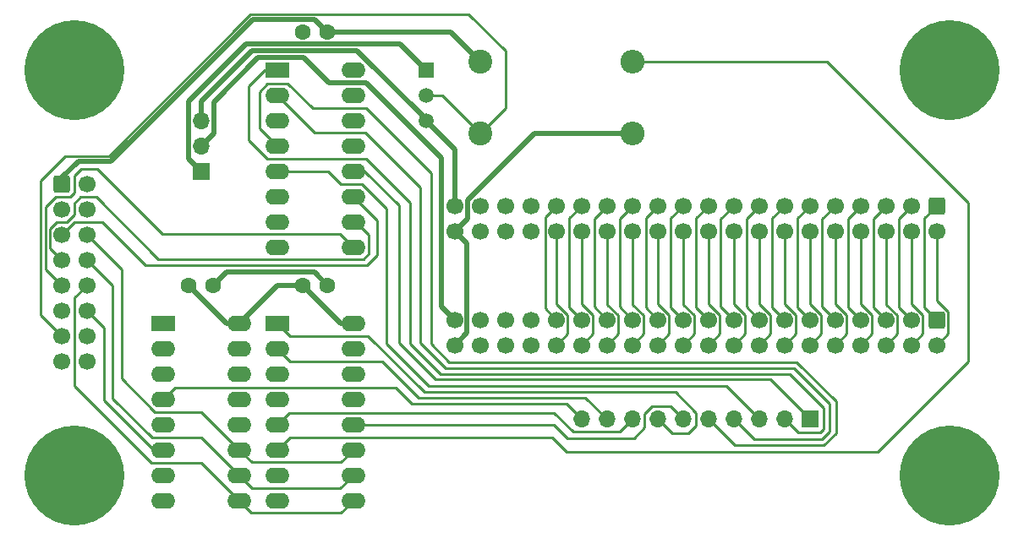
<source format=gbr>
%TF.GenerationSoftware,KiCad,Pcbnew,(6.0.6)*%
%TF.CreationDate,2022-08-14T19:07:44-04:00*%
%TF.ProjectId,button_presser,62757474-6f6e-45f7-9072-65737365722e,rev?*%
%TF.SameCoordinates,Original*%
%TF.FileFunction,Copper,L1,Top*%
%TF.FilePolarity,Positive*%
%FSLAX46Y46*%
G04 Gerber Fmt 4.6, Leading zero omitted, Abs format (unit mm)*
G04 Created by KiCad (PCBNEW (6.0.6)) date 2022-08-14 19:07:44*
%MOMM*%
%LPD*%
G01*
G04 APERTURE LIST*
G04 Aperture macros list*
%AMRoundRect*
0 Rectangle with rounded corners*
0 $1 Rounding radius*
0 $2 $3 $4 $5 $6 $7 $8 $9 X,Y pos of 4 corners*
0 Add a 4 corners polygon primitive as box body*
4,1,4,$2,$3,$4,$5,$6,$7,$8,$9,$2,$3,0*
0 Add four circle primitives for the rounded corners*
1,1,$1+$1,$2,$3*
1,1,$1+$1,$4,$5*
1,1,$1+$1,$6,$7*
1,1,$1+$1,$8,$9*
0 Add four rect primitives between the rounded corners*
20,1,$1+$1,$2,$3,$4,$5,0*
20,1,$1+$1,$4,$5,$6,$7,0*
20,1,$1+$1,$6,$7,$8,$9,0*
20,1,$1+$1,$8,$9,$2,$3,0*%
G04 Aperture macros list end*
%TA.AperFunction,ComponentPad*%
%ADD10R,2.400000X1.600000*%
%TD*%
%TA.AperFunction,ComponentPad*%
%ADD11O,2.400000X1.600000*%
%TD*%
%TA.AperFunction,ComponentPad*%
%ADD12C,0.900000*%
%TD*%
%TA.AperFunction,ComponentPad*%
%ADD13C,10.000000*%
%TD*%
%TA.AperFunction,ComponentPad*%
%ADD14RoundRect,0.250000X-0.600000X-0.600000X0.600000X-0.600000X0.600000X0.600000X-0.600000X0.600000X0*%
%TD*%
%TA.AperFunction,ComponentPad*%
%ADD15C,1.700000*%
%TD*%
%TA.AperFunction,ComponentPad*%
%ADD16C,2.400000*%
%TD*%
%TA.AperFunction,ComponentPad*%
%ADD17O,2.400000X2.400000*%
%TD*%
%TA.AperFunction,ComponentPad*%
%ADD18C,1.600000*%
%TD*%
%TA.AperFunction,ComponentPad*%
%ADD19R,1.500000X1.500000*%
%TD*%
%TA.AperFunction,ComponentPad*%
%ADD20C,1.500000*%
%TD*%
%TA.AperFunction,ComponentPad*%
%ADD21R,1.700000X1.700000*%
%TD*%
%TA.AperFunction,ComponentPad*%
%ADD22O,1.700000X1.700000*%
%TD*%
%TA.AperFunction,ComponentPad*%
%ADD23RoundRect,0.250000X-0.600000X0.600000X-0.600000X-0.600000X0.600000X-0.600000X0.600000X0.600000X0*%
%TD*%
%TA.AperFunction,Conductor*%
%ADD24C,0.508000*%
%TD*%
%TA.AperFunction,Conductor*%
%ADD25C,0.254000*%
%TD*%
G04 APERTURE END LIST*
D10*
%TO.P,U3,1,A4*%
%TO.N,unconnected-(U3-Pad1)*%
X27940000Y-44450000D03*
D11*
%TO.P,U3,2,A6*%
%TO.N,unconnected-(U3-Pad2)*%
X27940000Y-46990000D03*
%TO.P,U3,3,A*%
%TO.N,GND*%
X27940000Y-49530000D03*
%TO.P,U3,4,A7*%
%TO.N,Net-(J3-Pad10)*%
X27940000Y-52070000D03*
%TO.P,U3,5,A5*%
%TO.N,unconnected-(U3-Pad5)*%
X27940000Y-54610000D03*
%TO.P,U3,6,~{E}*%
%TO.N,Net-(J1-Pad11)*%
X27940000Y-57150000D03*
%TO.P,U3,7,VEE*%
%TO.N,GND*%
X27940000Y-59690000D03*
%TO.P,U3,8,GND*%
X27940000Y-62230000D03*
%TO.P,U3,9,S2*%
%TO.N,Net-(J1-Pad10)*%
X35560000Y-62230000D03*
%TO.P,U3,10,S1*%
%TO.N,Net-(J1-Pad8)*%
X35560000Y-59690000D03*
%TO.P,U3,11,S0*%
%TO.N,Net-(J1-Pad6)*%
X35560000Y-57150000D03*
%TO.P,U3,12,A3*%
%TO.N,unconnected-(U3-Pad12)*%
X35560000Y-54610000D03*
%TO.P,U3,13,A0*%
%TO.N,unconnected-(U3-Pad13)*%
X35560000Y-52070000D03*
%TO.P,U3,14,A1*%
%TO.N,unconnected-(U3-Pad14)*%
X35560000Y-49530000D03*
%TO.P,U3,15,A2*%
%TO.N,unconnected-(U3-Pad15)*%
X35560000Y-46990000D03*
%TO.P,U3,16,VCC*%
%TO.N,+3V3*%
X35560000Y-44450000D03*
%TD*%
D10*
%TO.P,U1,1,A4*%
%TO.N,Net-(J3-Pad2)*%
X39355000Y-19050000D03*
D11*
%TO.P,U1,2,A6*%
%TO.N,Net-(J3-Pad4)*%
X39355000Y-21590000D03*
%TO.P,U1,3,A*%
%TO.N,Net-(U1-Pad3)*%
X39355000Y-24130000D03*
%TO.P,U1,4,A7*%
%TO.N,Net-(J3-Pad5)*%
X39355000Y-26670000D03*
%TO.P,U1,5,A5*%
%TO.N,Net-(J3-Pad3)*%
X39355000Y-29210000D03*
%TO.P,U1,6,~{E}*%
%TO.N,Net-(J1-Pad11)*%
X39355000Y-31750000D03*
%TO.P,U1,7,VEE*%
%TO.N,GND*%
X39355000Y-34290000D03*
%TO.P,U1,8,GND*%
X39355000Y-36830000D03*
%TO.P,U1,9,S2*%
%TO.N,Net-(J1-Pad9)*%
X46975000Y-36830000D03*
%TO.P,U1,10,S1*%
%TO.N,Net-(J1-Pad7)*%
X46975000Y-34290000D03*
%TO.P,U1,11,S0*%
%TO.N,Net-(J1-Pad5)*%
X46975000Y-31750000D03*
%TO.P,U1,12,A3*%
%TO.N,Net-(J3-Pad1)*%
X46975000Y-29210000D03*
%TO.P,U1,13,A0*%
%TO.N,Net-(J2-Pad34)*%
X46975000Y-26670000D03*
%TO.P,U1,14,A1*%
%TO.N,Net-(J2-Pad36)*%
X46975000Y-24130000D03*
%TO.P,U1,15,A2*%
%TO.N,Net-(J2-Pad38)*%
X46975000Y-21590000D03*
%TO.P,U1,16,VCC*%
%TO.N,+3V3*%
X46975000Y-19050000D03*
%TD*%
D12*
%TO.P,H2,1,1*%
%TO.N,GND*%
X104028350Y-62341650D03*
X109331650Y-62341650D03*
X106680000Y-55940000D03*
X109331650Y-57038350D03*
X106680000Y-63440000D03*
X110430000Y-59690000D03*
D13*
X106680000Y-59690000D03*
D12*
X104028350Y-57038350D03*
X102930000Y-59690000D03*
%TD*%
D14*
%TO.P,J1,1,3V3*%
%TO.N,+3V3*%
X17780000Y-30480000D03*
D15*
%TO.P,J1,2,3V3_dup*%
X20320000Y-30480000D03*
%TO.P,J1,3,GND*%
%TO.N,GND*%
X17780000Y-33020000D03*
%TO.P,J1,4,GND2*%
X20320000Y-33020000D03*
%TO.P,J1,5,S0*%
%TO.N,Net-(J1-Pad5)*%
X17780000Y-35560000D03*
%TO.P,J1,6,S3*%
%TO.N,Net-(J1-Pad6)*%
X20320000Y-35560000D03*
%TO.P,J1,7,S1*%
%TO.N,Net-(J1-Pad7)*%
X17780000Y-38100000D03*
%TO.P,J1,8,S4*%
%TO.N,Net-(J1-Pad8)*%
X20320000Y-38100000D03*
%TO.P,J1,9,S2*%
%TO.N,Net-(J1-Pad9)*%
X17780000Y-40640000D03*
%TO.P,J1,10,S5*%
%TO.N,Net-(J1-Pad10)*%
X20320000Y-40640000D03*
%TO.P,J1,11,~{E}*%
%TO.N,Net-(J1-Pad11)*%
X17780000Y-43180000D03*
%TO.P,J1,12,~{E}_dup*%
X20320000Y-43180000D03*
%TO.P,J1,13,POW*%
%TO.N,Net-(J1-Pad13)*%
X17780000Y-45720000D03*
%TO.P,J1,14,POW_dup*%
X20320000Y-45720000D03*
%TO.P,J1,15,GND3*%
%TO.N,GND*%
X17780000Y-48260000D03*
%TO.P,J1,16,GND4*%
X20320000Y-48260000D03*
%TD*%
D16*
%TO.P,R2,1*%
%TO.N,+3V3*%
X59690000Y-18211800D03*
D17*
%TO.P,R2,2*%
%TO.N,Net-(J1-Pad11)*%
X74930000Y-18211800D03*
%TD*%
D18*
%TO.P,C2,1*%
%TO.N,+3V3*%
X41910000Y-40640000D03*
%TO.P,C2,2*%
%TO.N,GND*%
X44410000Y-40640000D03*
%TD*%
D19*
%TO.P,Q1,1,S*%
%TO.N,Net-(Q1-Pad1)*%
X54250000Y-19050000D03*
D20*
%TO.P,Q1,2,G*%
%TO.N,Net-(J1-Pad13)*%
X54250000Y-21590000D03*
%TO.P,Q1,3,D*%
%TO.N,+1V5*%
X54250000Y-24130000D03*
%TD*%
D21*
%TO.P,SW1,1,1*%
%TO.N,Net-(Q1-Pad1)*%
X31750000Y-29210000D03*
D22*
%TO.P,SW1,2,2*%
%TO.N,Net-(J2-Pad39)*%
X31750000Y-26670000D03*
%TO.P,SW1,3,3*%
%TO.N,+1V5*%
X31750000Y-24130000D03*
%TD*%
D18*
%TO.P,C3,1*%
%TO.N,+3V3*%
X30480000Y-40640000D03*
%TO.P,C3,2*%
%TO.N,GND*%
X32980000Y-40640000D03*
%TD*%
D16*
%TO.P,R1,1*%
%TO.N,Net-(J1-Pad13)*%
X59690000Y-25400000D03*
D17*
%TO.P,R1,2*%
%TO.N,GND*%
X74930000Y-25400000D03*
%TD*%
D23*
%TO.P,J4,1,LCD_31*%
%TO.N,Net-(J2-Pad1)*%
X105410000Y-32660000D03*
D15*
%TO.P,J4,2,LCD_32*%
%TO.N,Net-(J2-Pad2)*%
X105410000Y-35200000D03*
%TO.P,J4,3,LCD_29*%
%TO.N,Net-(J2-Pad3)*%
X102870000Y-32660000D03*
%TO.P,J4,4,LCD_30*%
%TO.N,Net-(J2-Pad4)*%
X102870000Y-35200000D03*
%TO.P,J4,5,LCD_27*%
%TO.N,Net-(J2-Pad5)*%
X100330000Y-32660000D03*
%TO.P,J4,6,LCD_28*%
%TO.N,Net-(J2-Pad6)*%
X100330000Y-35200000D03*
%TO.P,J4,7,LCD_25*%
%TO.N,Net-(J2-Pad7)*%
X97790000Y-32660000D03*
%TO.P,J4,8,LCD_26*%
%TO.N,Net-(J2-Pad8)*%
X97790000Y-35200000D03*
%TO.P,J4,9,LCD_23*%
%TO.N,Net-(J2-Pad9)*%
X95250000Y-32660000D03*
%TO.P,J4,10,LCD_24*%
%TO.N,Net-(J2-Pad10)*%
X95250000Y-35200000D03*
%TO.P,J4,11,LCD_21*%
%TO.N,Net-(J2-Pad11)*%
X92710000Y-32660000D03*
%TO.P,J4,12,LCD_22*%
%TO.N,Net-(J2-Pad12)*%
X92710000Y-35200000D03*
%TO.P,J4,13,LCD_19*%
%TO.N,Net-(J2-Pad13)*%
X90170000Y-32660000D03*
%TO.P,J4,14,LCD_20*%
%TO.N,Net-(J2-Pad14)*%
X90170000Y-35200000D03*
%TO.P,J4,15,LCD_17*%
%TO.N,Net-(J2-Pad15)*%
X87630000Y-32660000D03*
%TO.P,J4,16,LCD_18*%
%TO.N,Net-(J2-Pad16)*%
X87630000Y-35200000D03*
%TO.P,J4,17,LCD_15*%
%TO.N,Net-(J2-Pad17)*%
X85090000Y-32660000D03*
%TO.P,J4,18,LCD_16*%
%TO.N,Net-(J2-Pad18)*%
X85090000Y-35200000D03*
%TO.P,J4,19,LCD_13*%
%TO.N,Net-(J2-Pad19)*%
X82550000Y-32660000D03*
%TO.P,J4,20,LCD_14*%
%TO.N,Net-(J2-Pad20)*%
X82550000Y-35200000D03*
%TO.P,J4,21,LCD_11*%
%TO.N,Net-(J2-Pad21)*%
X80010000Y-32660000D03*
%TO.P,J4,22,LCD_12*%
%TO.N,Net-(J2-Pad22)*%
X80010000Y-35200000D03*
%TO.P,J4,23,LCD_9*%
%TO.N,Net-(J2-Pad23)*%
X77470000Y-32660000D03*
%TO.P,J4,24,LCD_10*%
%TO.N,Net-(J2-Pad24)*%
X77470000Y-35200000D03*
%TO.P,J4,25,LCD_7*%
%TO.N,Net-(J2-Pad25)*%
X74930000Y-32660000D03*
%TO.P,J4,26,LCD_8*%
%TO.N,Net-(J2-Pad26)*%
X74930000Y-35200000D03*
%TO.P,J4,27,LCD_5*%
%TO.N,Net-(J2-Pad27)*%
X72390000Y-32660000D03*
%TO.P,J4,28,LCD_6*%
%TO.N,Net-(J2-Pad28)*%
X72390000Y-35200000D03*
%TO.P,J4,29,LCD_3(A)*%
%TO.N,Net-(J2-Pad29)*%
X69850000Y-32660000D03*
%TO.P,J4,30,LCD_4(B)*%
%TO.N,Net-(J2-Pad30)*%
X69850000Y-35200000D03*
%TO.P,J4,31,LCD_1(D)*%
%TO.N,Net-(J2-Pad31)*%
X67310000Y-32660000D03*
%TO.P,J4,32,LCD_2(C)*%
%TO.N,Net-(J2-Pad32)*%
X67310000Y-35200000D03*
%TO.P,J4,33,B0*%
%TO.N,unconnected-(J4-Pad33)*%
X64770000Y-32660000D03*
%TO.P,J4,34,A0*%
%TO.N,unconnected-(J4-Pad34)*%
X64770000Y-35200000D03*
%TO.P,J4,35,B1*%
%TO.N,unconnected-(J4-Pad35)*%
X62230000Y-32660000D03*
%TO.P,J4,36,A1*%
%TO.N,unconnected-(J4-Pad36)*%
X62230000Y-35200000D03*
%TO.P,J4,37,B2*%
%TO.N,unconnected-(J4-Pad37)*%
X59690000Y-32660000D03*
%TO.P,J4,38,A2*%
%TO.N,unconnected-(J4-Pad38)*%
X59690000Y-35200000D03*
%TO.P,J4,39,B+*%
%TO.N,+1V5*%
X57150000Y-32660000D03*
%TO.P,J4,40,GND*%
%TO.N,GND*%
X57150000Y-35200000D03*
%TD*%
D10*
%TO.P,U2,1,A4*%
%TO.N,Net-(J3-Pad7)*%
X39370000Y-44450000D03*
D11*
%TO.P,U2,2,A6*%
%TO.N,Net-(J3-Pad9)*%
X39370000Y-46990000D03*
%TO.P,U2,3,A*%
%TO.N,Net-(U1-Pad3)*%
X39370000Y-49530000D03*
%TO.P,U2,4,A7*%
%TO.N,unconnected-(U2-Pad4)*%
X39370000Y-52070000D03*
%TO.P,U2,5,A5*%
%TO.N,Net-(J3-Pad8)*%
X39370000Y-54610000D03*
%TO.P,U2,6,~{E}*%
%TO.N,Net-(J1-Pad11)*%
X39370000Y-57150000D03*
%TO.P,U2,7,VEE*%
%TO.N,GND*%
X39370000Y-59690000D03*
%TO.P,U2,8,GND*%
X39370000Y-62230000D03*
%TO.P,U2,9,S2*%
%TO.N,Net-(J1-Pad10)*%
X46990000Y-62230000D03*
%TO.P,U2,10,S1*%
%TO.N,Net-(J1-Pad8)*%
X46990000Y-59690000D03*
%TO.P,U2,11,S0*%
%TO.N,Net-(J1-Pad6)*%
X46990000Y-57150000D03*
%TO.P,U2,12,A3*%
%TO.N,Net-(J3-Pad6)*%
X46990000Y-54610000D03*
%TO.P,U2,13,A0*%
%TO.N,Net-(J2-Pad33)*%
X46990000Y-52070000D03*
%TO.P,U2,14,A1*%
%TO.N,Net-(J2-Pad35)*%
X46990000Y-49530000D03*
%TO.P,U2,15,A2*%
%TO.N,Net-(J2-Pad37)*%
X46990000Y-46990000D03*
%TO.P,U2,16,VCC*%
%TO.N,+3V3*%
X46990000Y-44450000D03*
%TD*%
D18*
%TO.P,C1,1*%
%TO.N,+3V3*%
X44410000Y-15240000D03*
%TO.P,C1,2*%
%TO.N,GND*%
X41910000Y-15240000D03*
%TD*%
D12*
%TO.P,H1,1,1*%
%TO.N,GND*%
X106680000Y-22800000D03*
X102930000Y-19050000D03*
D13*
X106680000Y-19050000D03*
D12*
X106680000Y-15300000D03*
X104028350Y-21701650D03*
X110430000Y-19050000D03*
X104028350Y-16398350D03*
X109331650Y-16398350D03*
X109331650Y-21701650D03*
%TD*%
D21*
%TO.P,J3,1,A3*%
%TO.N,Net-(J3-Pad1)*%
X92710000Y-54045000D03*
D22*
%TO.P,J3,2,A4*%
%TO.N,Net-(J3-Pad2)*%
X90170000Y-54045000D03*
%TO.P,J3,3,A5*%
%TO.N,Net-(J3-Pad3)*%
X87630000Y-54045000D03*
%TO.P,J3,4,A6*%
%TO.N,Net-(J3-Pad4)*%
X85090000Y-54045000D03*
%TO.P,J3,5,A7*%
%TO.N,Net-(J3-Pad5)*%
X82550000Y-54045000D03*
%TO.P,J3,6,B3*%
%TO.N,Net-(J3-Pad6)*%
X80010000Y-54045000D03*
%TO.P,J3,7,B4*%
%TO.N,Net-(J3-Pad7)*%
X77470000Y-54045000D03*
%TO.P,J3,8,B5*%
%TO.N,Net-(J3-Pad8)*%
X74930000Y-54045000D03*
%TO.P,J3,9,B6*%
%TO.N,Net-(J3-Pad9)*%
X72390000Y-54045000D03*
%TO.P,J3,10,RESET*%
%TO.N,Net-(J3-Pad10)*%
X69850000Y-54045000D03*
%TD*%
D23*
%TO.P,J2,1,LCD_31*%
%TO.N,Net-(J2-Pad1)*%
X105410000Y-44090000D03*
D15*
%TO.P,J2,2,LCD_32*%
%TO.N,Net-(J2-Pad2)*%
X105410000Y-46630000D03*
%TO.P,J2,3,LCD_29*%
%TO.N,Net-(J2-Pad3)*%
X102870000Y-44090000D03*
%TO.P,J2,4,LCD_30*%
%TO.N,Net-(J2-Pad4)*%
X102870000Y-46630000D03*
%TO.P,J2,5,LCD_27*%
%TO.N,Net-(J2-Pad5)*%
X100330000Y-44090000D03*
%TO.P,J2,6,LCD_28*%
%TO.N,Net-(J2-Pad6)*%
X100330000Y-46630000D03*
%TO.P,J2,7,LCD_25*%
%TO.N,Net-(J2-Pad7)*%
X97790000Y-44090000D03*
%TO.P,J2,8,LCD_26*%
%TO.N,Net-(J2-Pad8)*%
X97790000Y-46630000D03*
%TO.P,J2,9,LCD_23*%
%TO.N,Net-(J2-Pad9)*%
X95250000Y-44090000D03*
%TO.P,J2,10,LCD_24*%
%TO.N,Net-(J2-Pad10)*%
X95250000Y-46630000D03*
%TO.P,J2,11,LCD_21*%
%TO.N,Net-(J2-Pad11)*%
X92710000Y-44090000D03*
%TO.P,J2,12,LCD_22*%
%TO.N,Net-(J2-Pad12)*%
X92710000Y-46630000D03*
%TO.P,J2,13,LCD_19*%
%TO.N,Net-(J2-Pad13)*%
X90170000Y-44090000D03*
%TO.P,J2,14,LCD_20*%
%TO.N,Net-(J2-Pad14)*%
X90170000Y-46630000D03*
%TO.P,J2,15,LCD_17*%
%TO.N,Net-(J2-Pad15)*%
X87630000Y-44090000D03*
%TO.P,J2,16,LCD_18*%
%TO.N,Net-(J2-Pad16)*%
X87630000Y-46630000D03*
%TO.P,J2,17,LCD_15*%
%TO.N,Net-(J2-Pad17)*%
X85090000Y-44090000D03*
%TO.P,J2,18,LCD_16*%
%TO.N,Net-(J2-Pad18)*%
X85090000Y-46630000D03*
%TO.P,J2,19,LCD_13*%
%TO.N,Net-(J2-Pad19)*%
X82550000Y-44090000D03*
%TO.P,J2,20,LCD_14*%
%TO.N,Net-(J2-Pad20)*%
X82550000Y-46630000D03*
%TO.P,J2,21,LCD_11*%
%TO.N,Net-(J2-Pad21)*%
X80010000Y-44090000D03*
%TO.P,J2,22,LCD_12*%
%TO.N,Net-(J2-Pad22)*%
X80010000Y-46630000D03*
%TO.P,J2,23,LCD_9*%
%TO.N,Net-(J2-Pad23)*%
X77470000Y-44090000D03*
%TO.P,J2,24,LCD_10*%
%TO.N,Net-(J2-Pad24)*%
X77470000Y-46630000D03*
%TO.P,J2,25,LCD_7*%
%TO.N,Net-(J2-Pad25)*%
X74930000Y-44090000D03*
%TO.P,J2,26,LCD_8*%
%TO.N,Net-(J2-Pad26)*%
X74930000Y-46630000D03*
%TO.P,J2,27,LCD_5*%
%TO.N,Net-(J2-Pad27)*%
X72390000Y-44090000D03*
%TO.P,J2,28,LCD_6*%
%TO.N,Net-(J2-Pad28)*%
X72390000Y-46630000D03*
%TO.P,J2,29,LCD_3(A)*%
%TO.N,Net-(J2-Pad29)*%
X69850000Y-44090000D03*
%TO.P,J2,30,LCD_4(B)*%
%TO.N,Net-(J2-Pad30)*%
X69850000Y-46630000D03*
%TO.P,J2,31,LCD_1(D)*%
%TO.N,Net-(J2-Pad31)*%
X67310000Y-44090000D03*
%TO.P,J2,32,LCD_2(C)*%
%TO.N,Net-(J2-Pad32)*%
X67310000Y-46630000D03*
%TO.P,J2,33,B0*%
%TO.N,Net-(J2-Pad33)*%
X64770000Y-44090000D03*
%TO.P,J2,34,A0*%
%TO.N,Net-(J2-Pad34)*%
X64770000Y-46630000D03*
%TO.P,J2,35,B1*%
%TO.N,Net-(J2-Pad35)*%
X62230000Y-44090000D03*
%TO.P,J2,36,A1*%
%TO.N,Net-(J2-Pad36)*%
X62230000Y-46630000D03*
%TO.P,J2,37,B2*%
%TO.N,Net-(J2-Pad37)*%
X59690000Y-44090000D03*
%TO.P,J2,38,A2*%
%TO.N,Net-(J2-Pad38)*%
X59690000Y-46630000D03*
%TO.P,J2,39,B+*%
%TO.N,Net-(J2-Pad39)*%
X57150000Y-44090000D03*
%TO.P,J2,40,GND*%
%TO.N,GND*%
X57150000Y-46630000D03*
%TD*%
D12*
%TO.P,H3,1,1*%
%TO.N,GND*%
X16398350Y-21701650D03*
D13*
X19050000Y-19050000D03*
D12*
X19050000Y-22800000D03*
X15300000Y-19050000D03*
X21701650Y-21701650D03*
X16398350Y-16398350D03*
X19050000Y-15300000D03*
X22800000Y-19050000D03*
X21701650Y-16398350D03*
%TD*%
%TO.P,H4,1,1*%
%TO.N,GND*%
X22800000Y-59690000D03*
X21701650Y-62341650D03*
D13*
X19050000Y-59690000D03*
D12*
X16398350Y-62341650D03*
X21701650Y-57038350D03*
X16398350Y-57038350D03*
X19050000Y-55940000D03*
X19050000Y-63440000D03*
X15300000Y-59690000D03*
%TD*%
D24*
%TO.N,GND*%
X58420000Y-32131000D02*
X65151000Y-25400000D01*
X65151000Y-25400000D02*
X74930000Y-25400000D01*
X58420000Y-33930000D02*
X58420000Y-32131000D01*
X57150000Y-35200000D02*
X58420000Y-33930000D01*
X58381000Y-36431000D02*
X58381000Y-45399000D01*
X57150000Y-35200000D02*
X58381000Y-36431000D01*
X58381000Y-45399000D02*
X57150000Y-46630000D01*
D25*
%TO.N,Net-(J1-Pad11)*%
X22047200Y-44907200D02*
X20320000Y-43180000D01*
X27000200Y-57150000D02*
X22047200Y-52197000D01*
X22047200Y-52197000D02*
X22047200Y-44907200D01*
%TO.N,Net-(J1-Pad10)*%
X19075400Y-41884600D02*
X20320000Y-40640000D01*
X19075400Y-50749200D02*
X19075400Y-41884600D01*
X26746200Y-58420000D02*
X19075400Y-50749200D01*
X35560000Y-62230000D02*
X31750000Y-58420000D01*
X31750000Y-58420000D02*
X26746200Y-58420000D01*
D24*
%TO.N,GND*%
X34326200Y-39293800D02*
X32980000Y-40640000D01*
X43063800Y-39293800D02*
X34326200Y-39293800D01*
X44410000Y-40640000D02*
X43063800Y-39293800D01*
D25*
%TO.N,Net-(J1-Pad5)*%
X19050000Y-34290000D02*
X17780000Y-35560000D01*
X21818600Y-34290000D02*
X19050000Y-34290000D01*
X26136600Y-38608000D02*
X21818600Y-34290000D01*
X49403000Y-34178000D02*
X49403000Y-37592000D01*
X46975000Y-31750000D02*
X49403000Y-34178000D01*
X49403000Y-37592000D02*
X48387000Y-38608000D01*
X48387000Y-38608000D02*
X26136600Y-38608000D01*
%TO.N,Net-(J1-Pad7)*%
X16586200Y-36906200D02*
X17780000Y-38100000D01*
X16586200Y-35026600D02*
X16586200Y-36906200D01*
X17322800Y-34290000D02*
X16586200Y-35026600D01*
X18288000Y-34290000D02*
X17322800Y-34290000D01*
X19050000Y-33528000D02*
X18288000Y-34290000D01*
X19685000Y-31775400D02*
X19050000Y-32410400D01*
X47980600Y-37998400D02*
X27457400Y-37998400D01*
X48539400Y-37439600D02*
X47980600Y-37998400D01*
X21234400Y-31775400D02*
X19685000Y-31775400D01*
X48539400Y-35560000D02*
X48539400Y-37439600D01*
X47269400Y-34290000D02*
X48539400Y-35560000D01*
X27457400Y-37998400D02*
X21234400Y-31775400D01*
X19050000Y-32410400D02*
X19050000Y-33528000D01*
%TO.N,Net-(J1-Pad9)*%
X27914600Y-35534600D02*
X27851100Y-35471100D01*
X45679600Y-35534600D02*
X27914600Y-35534600D01*
X46975000Y-36830000D02*
X45679600Y-35534600D01*
X21336000Y-28956000D02*
X27851100Y-35471100D01*
X19723100Y-28956000D02*
X21336000Y-28956000D01*
X19050000Y-31343600D02*
X19050000Y-29629100D01*
X18618200Y-31775400D02*
X19050000Y-31343600D01*
X19050000Y-29629100D02*
X19723100Y-28956000D01*
X16154400Y-32816800D02*
X17195800Y-31775400D01*
X17195800Y-31775400D02*
X18618200Y-31775400D01*
X16154400Y-39014400D02*
X16154400Y-32816800D01*
X17780000Y-40640000D02*
X16154400Y-39014400D01*
D24*
%TO.N,+3V3*%
X39370000Y-40640000D02*
X35560000Y-44450000D01*
X35560000Y-44450000D02*
X34290000Y-44450000D01*
X56718200Y-15240000D02*
X44410000Y-15240000D01*
X34290000Y-44450000D02*
X30480000Y-40640000D01*
X17780000Y-29845000D02*
X19444199Y-28180801D01*
X36912714Y-13970000D02*
X43140000Y-13970000D01*
X46990000Y-44450000D02*
X45720000Y-44450000D01*
X43140000Y-13970000D02*
X44410000Y-15240000D01*
X41910000Y-40640000D02*
X39370000Y-40640000D01*
X59690000Y-18211800D02*
X56718200Y-15240000D01*
X17780000Y-30480000D02*
X17780000Y-29845000D01*
X19444199Y-28180801D02*
X22701914Y-28180801D01*
X22701914Y-28180801D02*
X36912714Y-13970000D01*
X45720000Y-44450000D02*
X41910000Y-40640000D01*
D25*
%TO.N,Net-(J1-Pad6)*%
X46990000Y-57150000D02*
X45745400Y-58394600D01*
X45745400Y-58394600D02*
X36804600Y-58394600D01*
X31750000Y-53340000D02*
X27107216Y-53340000D01*
X23774400Y-39014400D02*
X20320000Y-35560000D01*
X36804600Y-58394600D02*
X35560000Y-57150000D01*
X23774400Y-50007184D02*
X23774400Y-39014400D01*
X35560000Y-57150000D02*
X31750000Y-53340000D01*
X27107216Y-53340000D02*
X23774400Y-50007184D01*
%TO.N,Net-(J1-Pad8)*%
X26847800Y-55930800D02*
X22885400Y-51968400D01*
X45669200Y-61010800D02*
X36880800Y-61010800D01*
X36880800Y-61010800D02*
X35560000Y-59690000D01*
X22885400Y-51968400D02*
X22885400Y-40665400D01*
X46990000Y-59690000D02*
X45669200Y-61010800D01*
X31800800Y-55930800D02*
X26847800Y-55930800D01*
X35560000Y-59690000D02*
X31800800Y-55930800D01*
X22885400Y-40665400D02*
X20320000Y-38100000D01*
%TO.N,Net-(J1-Pad10)*%
X46990000Y-62230000D02*
X45770800Y-63449200D01*
X45770800Y-63449200D02*
X36779200Y-63449200D01*
X36779200Y-63449200D02*
X35560000Y-62230000D01*
%TO.N,Net-(J1-Pad11)*%
X99517200Y-57327800D02*
X108585000Y-48260000D01*
X108585000Y-32385000D02*
X94411800Y-18211800D01*
X39370000Y-57150000D02*
X40614600Y-55905400D01*
X108585000Y-48260000D02*
X108585000Y-32385000D01*
X66929000Y-55905400D02*
X68351400Y-57327800D01*
X94411800Y-18211800D02*
X74930000Y-18211800D01*
X40614600Y-55905400D02*
X66929000Y-55905400D01*
X68351400Y-57327800D02*
X99517200Y-57327800D01*
%TO.N,Net-(J1-Pad13)*%
X59690000Y-25400000D02*
X62230000Y-22860000D01*
X18148300Y-27673300D02*
X15671800Y-30149800D01*
X62230000Y-22860000D02*
X62230000Y-17145000D01*
X55880000Y-21590000D02*
X59690000Y-25400000D01*
X15671800Y-43611800D02*
X17780000Y-45720000D01*
X54250000Y-21590000D02*
X55880000Y-21590000D01*
X22491700Y-27673300D02*
X18148300Y-27673300D01*
X62230000Y-17145000D02*
X58547000Y-13462000D01*
X15671800Y-30149800D02*
X15671800Y-43611800D01*
X58547000Y-13462000D02*
X36703000Y-13462000D01*
X36703000Y-13462000D02*
X22491700Y-27673300D01*
%TO.N,Net-(J2-Pad1)*%
X105410000Y-44090000D02*
X104165400Y-42845400D01*
X104165400Y-33904600D02*
X105410000Y-32660000D01*
X104165400Y-42845400D02*
X104165400Y-33904600D01*
%TO.N,Net-(J2-Pad2)*%
X106514000Y-45526000D02*
X106514000Y-43281236D01*
X105410000Y-46630000D02*
X106514000Y-45526000D01*
X106514000Y-43281236D02*
X105435400Y-42202636D01*
X105435400Y-42202636D02*
X105435400Y-35225400D01*
%TO.N,Net-(J2-Pad3)*%
X102870000Y-44090000D02*
X101600000Y-42820000D01*
X101600000Y-33930000D02*
X102870000Y-32660000D01*
X101600000Y-42820000D02*
X101600000Y-33930000D01*
%TO.N,Net-(J2-Pad4)*%
X103974000Y-43632708D02*
X102895400Y-42554108D01*
X102895400Y-42554108D02*
X102895400Y-35225400D01*
X103974000Y-45526000D02*
X103974000Y-43632708D01*
X102870000Y-46630000D02*
X103974000Y-45526000D01*
%TO.N,Net-(J2-Pad5)*%
X99060000Y-33930000D02*
X100330000Y-32660000D01*
X99060000Y-42820000D02*
X99060000Y-33930000D01*
X100330000Y-44090000D02*
X99060000Y-42820000D01*
%TO.N,Net-(J2-Pad6)*%
X101434000Y-45526000D02*
X101434000Y-43632708D01*
X100330000Y-46630000D02*
X101434000Y-45526000D01*
X101434000Y-43632708D02*
X100380800Y-42579508D01*
X100380800Y-42579508D02*
X100380800Y-35250800D01*
%TO.N,Net-(J2-Pad7)*%
X97790000Y-44090000D02*
X96520000Y-42820000D01*
X96520000Y-33930000D02*
X97790000Y-32660000D01*
X96520000Y-42820000D02*
X96520000Y-33930000D01*
%TO.N,Net-(J2-Pad8)*%
X97815400Y-42554108D02*
X97815400Y-35225400D01*
X97790000Y-46630000D02*
X98894000Y-45526000D01*
X98894000Y-43632708D02*
X97815400Y-42554108D01*
X98894000Y-45526000D02*
X98894000Y-43632708D01*
%TO.N,Net-(J2-Pad9)*%
X95250000Y-44090000D02*
X93903800Y-42743800D01*
X93903800Y-34006200D02*
X95250000Y-32660000D01*
X93903800Y-42743800D02*
X93903800Y-34006200D01*
%TO.N,Net-(J2-Pad10)*%
X96354000Y-45526000D02*
X96354000Y-43632708D01*
X95250000Y-46630000D02*
X96354000Y-45526000D01*
X96354000Y-43632708D02*
X95275400Y-42554108D01*
X95275400Y-42554108D02*
X95275400Y-35225400D01*
%TO.N,Net-(J2-Pad11)*%
X92710000Y-44090000D02*
X91465400Y-42845400D01*
X91465400Y-33904600D02*
X92710000Y-32660000D01*
X91465400Y-42845400D02*
X91465400Y-33904600D01*
%TO.N,Net-(J2-Pad12)*%
X93814000Y-45526000D02*
X93814000Y-43632708D01*
X92735400Y-42554108D02*
X92735400Y-35225400D01*
X93814000Y-43632708D02*
X92735400Y-42554108D01*
X92710000Y-46630000D02*
X93814000Y-45526000D01*
%TO.N,Net-(J2-Pad13)*%
X88925400Y-33904600D02*
X90170000Y-32660000D01*
X90170000Y-44090000D02*
X88925400Y-42845400D01*
X88925400Y-42845400D02*
X88925400Y-33904600D01*
%TO.N,Net-(J2-Pad14)*%
X90170000Y-46630000D02*
X91274000Y-45526000D01*
X91274000Y-45526000D02*
X91274000Y-43632708D01*
X91274000Y-43632708D02*
X90195400Y-42554108D01*
X90195400Y-42554108D02*
X90195400Y-35225400D01*
%TO.N,Net-(J2-Pad15)*%
X87630000Y-44090000D02*
X86334600Y-42794600D01*
X86334600Y-42794600D02*
X86334600Y-33955400D01*
X86334600Y-33955400D02*
X87630000Y-32660000D01*
%TO.N,Net-(J2-Pad16)*%
X87604600Y-42503308D02*
X87604600Y-35225400D01*
X88734000Y-43632708D02*
X87604600Y-42503308D01*
X88734000Y-45526000D02*
X88734000Y-43632708D01*
X87630000Y-46630000D02*
X88734000Y-45526000D01*
%TO.N,Net-(J2-Pad17)*%
X83769200Y-42769200D02*
X83769200Y-33980800D01*
X85090000Y-44090000D02*
X83769200Y-42769200D01*
X83769200Y-33980800D02*
X85090000Y-32660000D01*
%TO.N,Net-(J2-Pad18)*%
X85090000Y-46630000D02*
X86194000Y-45526000D01*
X85115400Y-42554108D02*
X85115400Y-35225400D01*
X86194000Y-45526000D02*
X86194000Y-43632708D01*
X86194000Y-43632708D02*
X85115400Y-42554108D01*
%TO.N,Net-(J2-Pad19)*%
X82550000Y-44090000D02*
X81305400Y-42845400D01*
X81305400Y-33904600D02*
X82550000Y-32660000D01*
X81305400Y-42845400D02*
X81305400Y-33904600D01*
%TO.N,Net-(J2-Pad20)*%
X83654000Y-45526000D02*
X83654000Y-43632708D01*
X82550000Y-46630000D02*
X83654000Y-45526000D01*
X83654000Y-43632708D02*
X82575400Y-42554108D01*
X82575400Y-42554108D02*
X82575400Y-35225400D01*
%TO.N,Net-(J2-Pad21)*%
X78765400Y-33904600D02*
X80010000Y-32660000D01*
X78765400Y-42845400D02*
X78765400Y-33904600D01*
X80010000Y-44090000D02*
X78765400Y-42845400D01*
%TO.N,Net-(J2-Pad22)*%
X80010000Y-46630000D02*
X81114000Y-45526000D01*
X81114000Y-45526000D02*
X81114000Y-43632708D01*
X81114000Y-43632708D02*
X80060800Y-42579508D01*
X80060800Y-42579508D02*
X80060800Y-35250800D01*
%TO.N,Net-(J2-Pad23)*%
X77470000Y-44090000D02*
X76276200Y-42896200D01*
X76276200Y-33853800D02*
X77470000Y-32660000D01*
X76276200Y-42896200D02*
X76276200Y-33853800D01*
%TO.N,Net-(J2-Pad24)*%
X77495400Y-42554108D02*
X77495400Y-35225400D01*
X78574000Y-43632708D02*
X77495400Y-42554108D01*
X77470000Y-46630000D02*
X78574000Y-45526000D01*
X78574000Y-45526000D02*
X78574000Y-43632708D01*
%TO.N,Net-(J2-Pad25)*%
X73634600Y-33955400D02*
X74930000Y-32660000D01*
X73634600Y-42794600D02*
X73634600Y-33955400D01*
X74930000Y-44090000D02*
X73634600Y-42794600D01*
%TO.N,Net-(J2-Pad26)*%
X76034000Y-45526000D02*
X76034000Y-43632708D01*
X74980800Y-42579508D02*
X74980800Y-35250800D01*
X74930000Y-46630000D02*
X76034000Y-45526000D01*
X76034000Y-43632708D02*
X74980800Y-42579508D01*
%TO.N,Net-(J2-Pad27)*%
X71094600Y-33955400D02*
X72390000Y-32660000D01*
X72390000Y-44090000D02*
X71094600Y-42794600D01*
X71094600Y-42794600D02*
X71094600Y-33955400D01*
%TO.N,Net-(J2-Pad28)*%
X73494000Y-43632708D02*
X72440800Y-42579508D01*
X72440800Y-42579508D02*
X72440800Y-35250800D01*
X73494000Y-45526000D02*
X73494000Y-43632708D01*
X72390000Y-46630000D02*
X73494000Y-45526000D01*
%TO.N,Net-(J2-Pad29)*%
X68630800Y-42870800D02*
X68630800Y-33879200D01*
X68630800Y-33879200D02*
X69850000Y-32660000D01*
X69850000Y-44090000D02*
X68630800Y-42870800D01*
%TO.N,Net-(J2-Pad30)*%
X69875400Y-42554108D02*
X69875400Y-35225400D01*
X69850000Y-46630000D02*
X70954000Y-45526000D01*
X70954000Y-43632708D02*
X69875400Y-42554108D01*
X70954000Y-45526000D02*
X70954000Y-43632708D01*
%TO.N,Net-(J2-Pad31)*%
X66192400Y-33777600D02*
X67310000Y-32660000D01*
X66192400Y-42972400D02*
X66192400Y-33777600D01*
X67310000Y-44090000D02*
X66192400Y-42972400D01*
%TO.N,Net-(J2-Pad32)*%
X67335400Y-42554108D02*
X67335400Y-35225400D01*
X67310000Y-46630000D02*
X68414000Y-45526000D01*
X68414000Y-45526000D02*
X68414000Y-43632708D01*
X68414000Y-43632708D02*
X67335400Y-42554108D01*
D24*
%TO.N,Net-(J2-Pad39)*%
X37465000Y-17780000D02*
X41992133Y-17780000D01*
X32994600Y-22250400D02*
X37465000Y-17780000D01*
X44532133Y-20320000D02*
X48260000Y-20320000D01*
X55829200Y-42769200D02*
X57150000Y-44090000D01*
X32994600Y-25425400D02*
X32994600Y-22250400D01*
X55829200Y-27889200D02*
X55829200Y-42769200D01*
X48260000Y-20320000D02*
X55829200Y-27889200D01*
X31750000Y-26670000D02*
X32994600Y-25425400D01*
X41992133Y-17780000D02*
X44532133Y-20320000D01*
D25*
%TO.N,Net-(J3-Pad1)*%
X88773000Y-50088800D02*
X92710000Y-54025800D01*
X46975000Y-29210000D02*
X48133000Y-29210000D01*
X51536600Y-32613600D02*
X51536600Y-46431200D01*
X51536600Y-46431200D02*
X55194200Y-50088800D01*
X48133000Y-29210000D02*
X51536600Y-32613600D01*
X55194200Y-50088800D02*
X88773000Y-50088800D01*
%TO.N,Net-(J3-Pad2)*%
X36499800Y-26060400D02*
X38379400Y-27940000D01*
X38150800Y-19050000D02*
X36499800Y-20701000D01*
X93726000Y-55397400D02*
X91522400Y-55397400D01*
X94081600Y-55041800D02*
X93726000Y-55397400D01*
X91522400Y-55397400D02*
X90170000Y-54045000D01*
X94081600Y-52959000D02*
X94081600Y-55041800D01*
X52654200Y-32359600D02*
X52654200Y-46482000D01*
X48234600Y-27940000D02*
X52654200Y-32359600D01*
X39355000Y-19050000D02*
X38150800Y-19050000D01*
X36499800Y-20701000D02*
X36499800Y-26060400D01*
X52654200Y-46482000D02*
X55727600Y-49555400D01*
X55727600Y-49555400D02*
X90678000Y-49555400D01*
X90678000Y-49555400D02*
X94081600Y-52959000D01*
X38379400Y-27940000D02*
X48234600Y-27940000D01*
%TO.N,Net-(J3-Pad3)*%
X54532802Y-50722802D02*
X50330100Y-46520100D01*
X44450000Y-29210000D02*
X39355000Y-29210000D01*
X47828200Y-30480000D02*
X45720000Y-30480000D01*
X50330100Y-32981900D02*
X47828200Y-30480000D01*
X50330100Y-46520100D02*
X50330100Y-32981900D01*
X87630000Y-54045000D02*
X84307802Y-50722802D01*
X45720000Y-30480000D02*
X44450000Y-29210000D01*
X84307802Y-50722802D02*
X54532802Y-50722802D01*
%TO.N,Net-(J3-Pad4)*%
X94691200Y-52552600D02*
X94691200Y-55270400D01*
X87128200Y-56083200D02*
X85090000Y-54045000D01*
X53695600Y-30861000D02*
X53695600Y-46456600D01*
X94691200Y-55270400D02*
X93878400Y-56083200D01*
X53695600Y-46456600D02*
X56210200Y-48971200D01*
X93878400Y-56083200D02*
X87128200Y-56083200D01*
X43139600Y-25374600D02*
X48209200Y-25374600D01*
X48209200Y-25374600D02*
X53695600Y-30861000D01*
X91109800Y-48971200D02*
X94691200Y-52552600D01*
X39355000Y-21590000D02*
X43139600Y-25374600D01*
X56210200Y-48971200D02*
X91109800Y-48971200D01*
%TO.N,Net-(J3-Pad5)*%
X95326200Y-52273200D02*
X95326200Y-55448200D01*
X42900600Y-22910800D02*
X48310800Y-22910800D01*
X95326200Y-55448200D02*
X94107000Y-56667400D01*
X91389200Y-48336200D02*
X95326200Y-52273200D01*
X40436800Y-20447000D02*
X42900600Y-22910800D01*
X39355000Y-26670000D02*
X37566600Y-24881600D01*
X48310800Y-22910800D02*
X54762400Y-29362400D01*
X37566600Y-24881600D02*
X37566600Y-21285200D01*
X56591200Y-48336200D02*
X91389200Y-48336200D01*
X54762400Y-29362400D02*
X54762400Y-46507400D01*
X94107000Y-56667400D02*
X85172400Y-56667400D01*
X37566600Y-21285200D02*
X38404800Y-20447000D01*
X85172400Y-56667400D02*
X82550000Y-54045000D01*
X38404800Y-20447000D02*
X40436800Y-20447000D01*
X54762400Y-46507400D02*
X56591200Y-48336200D01*
%TO.N,Net-(J3-Pad6)*%
X67030600Y-54610000D02*
X68402200Y-55981600D01*
X76885800Y-52755800D02*
X78720800Y-52755800D01*
X46990000Y-54610000D02*
X67030600Y-54610000D01*
X68402200Y-55981600D02*
X75082400Y-55981600D01*
X76149200Y-53492400D02*
X76885800Y-52755800D01*
X78720800Y-52755800D02*
X80010000Y-54045000D01*
X76149200Y-54914800D02*
X76149200Y-53492400D01*
X75082400Y-55981600D02*
X76149200Y-54914800D01*
%TO.N,Net-(J3-Pad7)*%
X80543400Y-55473600D02*
X78898600Y-55473600D01*
X79222600Y-51358800D02*
X81280000Y-53416200D01*
X54102000Y-51358800D02*
X79222600Y-51358800D01*
X40640000Y-45720000D02*
X48463200Y-45720000D01*
X39370000Y-44450000D02*
X40640000Y-45720000D01*
X81280000Y-53416200D02*
X81280000Y-54737000D01*
X81280000Y-54737000D02*
X80543400Y-55473600D01*
X48463200Y-45720000D02*
X54102000Y-51358800D01*
X78898600Y-55473600D02*
X77470000Y-54045000D01*
%TO.N,Net-(J3-Pad8)*%
X67081400Y-53416200D02*
X69011800Y-55346600D01*
X40563800Y-53416200D02*
X67081400Y-53416200D01*
X73628400Y-55346600D02*
X74930000Y-54045000D01*
X39370000Y-54610000D02*
X40563800Y-53416200D01*
X69011800Y-55346600D02*
X73628400Y-55346600D01*
%TO.N,Net-(J3-Pad9)*%
X53492400Y-51892200D02*
X70237200Y-51892200D01*
X40640000Y-48260000D02*
X49860200Y-48260000D01*
X49860200Y-48260000D02*
X53492400Y-51892200D01*
X39370000Y-46990000D02*
X40640000Y-48260000D01*
X70237200Y-51892200D02*
X72390000Y-54045000D01*
%TO.N,Net-(J3-Pad10)*%
X29133800Y-50876200D02*
X51206400Y-50876200D01*
X27940000Y-52070000D02*
X29133800Y-50876200D01*
X51206400Y-50876200D02*
X52882800Y-52552600D01*
X52882800Y-52552600D02*
X68357600Y-52552600D01*
X68357600Y-52552600D02*
X69850000Y-54045000D01*
D24*
%TO.N,+1V5*%
X36880800Y-17094200D02*
X31750000Y-22225000D01*
X57150000Y-27030000D02*
X54250000Y-24130000D01*
X31750000Y-22225000D02*
X31750000Y-24130000D01*
X54250000Y-23973200D02*
X47371000Y-17094200D01*
X47371000Y-17094200D02*
X36880800Y-17094200D01*
X57150000Y-32660000D02*
X57150000Y-27030000D01*
%TO.N,Net-(Q1-Pad1)*%
X36271200Y-16433800D02*
X30480000Y-22225000D01*
X51633800Y-16433800D02*
X36271200Y-16433800D01*
X30480000Y-22225000D02*
X30480000Y-27940000D01*
X54250000Y-19050000D02*
X51633800Y-16433800D01*
X30480000Y-27940000D02*
X31750000Y-29210000D01*
%TD*%
M02*

</source>
